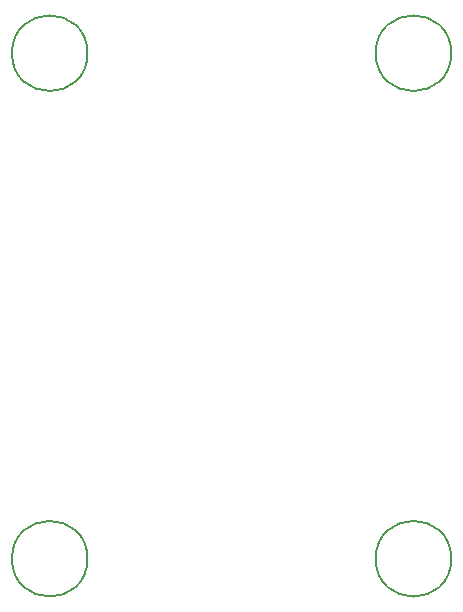
<source format=gbr>
%TF.GenerationSoftware,KiCad,Pcbnew,7.0.2*%
%TF.CreationDate,2023-07-06T19:43:42-07:00*%
%TF.ProjectId,chronos-polaris-hardware,6368726f-6e6f-4732-9d70-6f6c61726973,rev?*%
%TF.SameCoordinates,Original*%
%TF.FileFunction,Other,Comment*%
%FSLAX46Y46*%
G04 Gerber Fmt 4.6, Leading zero omitted, Abs format (unit mm)*
G04 Created by KiCad (PCBNEW 7.0.2) date 2023-07-06 19:43:42*
%MOMM*%
%LPD*%
G01*
G04 APERTURE LIST*
%ADD10C,0.150000*%
G04 APERTURE END LIST*
D10*
%TO.C,H1*%
X106800000Y-103600000D02*
G75*
G03*
X106800000Y-103600000I-3200000J0D01*
G01*
%TO.C,H4*%
X137600000Y-103600000D02*
G75*
G03*
X137600000Y-103600000I-3200000J0D01*
G01*
%TO.C,H2*%
X137600000Y-146400000D02*
G75*
G03*
X137600000Y-146400000I-3200000J0D01*
G01*
%TO.C,H3*%
X106800000Y-146400000D02*
G75*
G03*
X106800000Y-146400000I-3200000J0D01*
G01*
%TD*%
M02*

</source>
